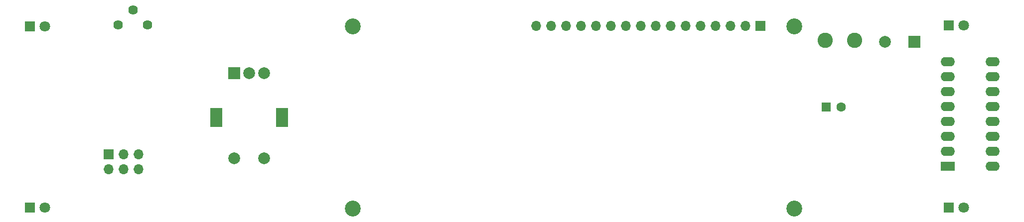
<source format=gbs>
%TF.GenerationSoftware,KiCad,Pcbnew,6.0.11+dfsg-1*%
%TF.CreationDate,2023-11-10T00:48:12+01:00*%
%TF.ProjectId,tallySdoAdapter,74616c6c-7953-4646-9f41-646170746572,0.1*%
%TF.SameCoordinates,Original*%
%TF.FileFunction,Soldermask,Bot*%
%TF.FilePolarity,Negative*%
%FSLAX46Y46*%
G04 Gerber Fmt 4.6, Leading zero omitted, Abs format (unit mm)*
G04 Created by KiCad (PCBNEW 6.0.11+dfsg-1) date 2023-11-10 00:48:12*
%MOMM*%
%LPD*%
G01*
G04 APERTURE LIST*
%ADD10C,2.700000*%
%ADD11R,1.800000X1.800000*%
%ADD12C,1.800000*%
%ADD13R,2.000000X2.000000*%
%ADD14C,2.000000*%
%ADD15R,2.400000X1.600000*%
%ADD16O,2.400000X1.600000*%
%ADD17R,1.700000X1.700000*%
%ADD18O,1.700000X1.700000*%
%ADD19R,1.600000X1.600000*%
%ADD20C,1.600000*%
%ADD21R,2.000000X3.200000*%
%ADD22C,1.620000*%
%ADD23C,2.600000*%
G04 APERTURE END LIST*
D10*
%TO.C,H3*%
X139700000Y-99898200D03*
%TD*%
%TO.C,H1*%
X139700000Y-130911600D03*
%TD*%
%TO.C,H2*%
X214731600Y-130886200D03*
%TD*%
%TO.C,H4*%
X214757000Y-99898200D03*
%TD*%
D11*
%TO.C,D4*%
X241015600Y-99745800D03*
D12*
X243555600Y-99745800D03*
%TD*%
D13*
%TO.C,C1*%
X235133277Y-102514400D03*
D14*
X230133277Y-102514400D03*
%TD*%
D15*
%TO.C,U3*%
X240802000Y-123708000D03*
D16*
X240802000Y-121168000D03*
X240802000Y-118628000D03*
X240802000Y-116088000D03*
X240802000Y-113548000D03*
X240802000Y-111008000D03*
X240802000Y-108468000D03*
X240802000Y-105928000D03*
X248422000Y-105928000D03*
X248422000Y-108468000D03*
X248422000Y-111008000D03*
X248422000Y-113548000D03*
X248422000Y-116088000D03*
X248422000Y-118628000D03*
X248422000Y-121168000D03*
X248422000Y-123708000D03*
%TD*%
D11*
%TO.C,D1*%
X84831000Y-130733800D03*
D12*
X87371000Y-130733800D03*
%TD*%
D11*
%TO.C,D2*%
X84831000Y-99872800D03*
D12*
X87371000Y-99872800D03*
%TD*%
D17*
%TO.C,J3*%
X208991200Y-99822000D03*
D18*
X206451200Y-99822000D03*
X203911200Y-99822000D03*
X201371200Y-99822000D03*
X198831200Y-99822000D03*
X196291200Y-99822000D03*
X193751200Y-99822000D03*
X191211200Y-99822000D03*
X188671200Y-99822000D03*
X186131200Y-99822000D03*
X183591200Y-99822000D03*
X181051200Y-99822000D03*
X178511200Y-99822000D03*
X175971200Y-99822000D03*
X173431200Y-99822000D03*
X170891200Y-99822000D03*
%TD*%
D19*
%TO.C,C2*%
X220207200Y-113588800D03*
D20*
X222707200Y-113588800D03*
%TD*%
D13*
%TO.C,SW1*%
X119623200Y-107862800D03*
D14*
X124623200Y-107862800D03*
X122123200Y-107862800D03*
D21*
X116523200Y-115362800D03*
X127723200Y-115362800D03*
D14*
X124623200Y-122362800D03*
X119623200Y-122362800D03*
%TD*%
D11*
%TO.C,D3*%
X241015600Y-130733800D03*
D12*
X243555600Y-130733800D03*
%TD*%
D22*
%TO.C,RV1*%
X104862000Y-99623000D03*
X102362000Y-97123000D03*
X99862000Y-99623000D03*
%TD*%
D23*
%TO.C,L1*%
X224967800Y-102285800D03*
X219967800Y-102285800D03*
%TD*%
D17*
%TO.C,J2*%
X98272600Y-121640600D03*
D18*
X98272600Y-124180600D03*
X100812600Y-121640600D03*
X100812600Y-124180600D03*
X103352600Y-121640600D03*
X103352600Y-124180600D03*
%TD*%
M02*

</source>
